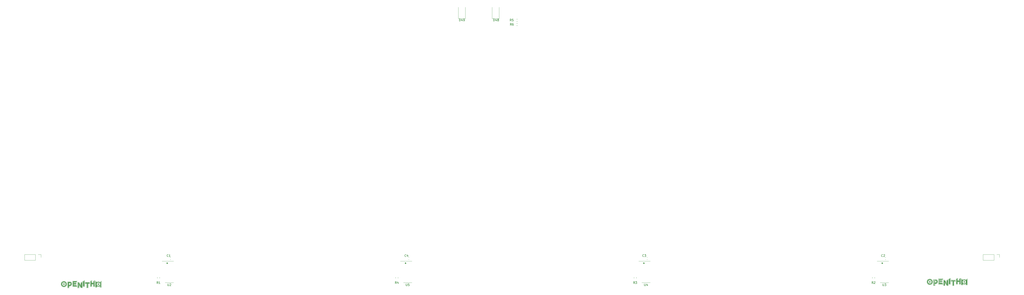
<source format=gbr>
G04 #@! TF.GenerationSoftware,KiCad,Pcbnew,(5.1.7)-1*
G04 #@! TF.CreationDate,2021-02-27T15:40:24-05:00*
G04 #@! TF.ProjectId,OpeNITHM-full,4f70654e-4954-4484-9d2d-66756c6c2e6b,rev?*
G04 #@! TF.SameCoordinates,Original*
G04 #@! TF.FileFunction,Legend,Top*
G04 #@! TF.FilePolarity,Positive*
%FSLAX46Y46*%
G04 Gerber Fmt 4.6, Leading zero omitted, Abs format (unit mm)*
G04 Created by KiCad (PCBNEW (5.1.7)-1) date 2021-02-27 15:40:24*
%MOMM*%
%LPD*%
G01*
G04 APERTURE LIST*
%ADD10C,0.120000*%
%ADD11C,0.080000*%
%ADD12C,0.500000*%
%ADD13C,0.150000*%
G04 APERTURE END LIST*
D10*
X368840000Y-125170000D02*
X368840000Y-127830000D01*
X373980000Y-125170000D02*
X368840000Y-125170000D01*
X373980000Y-127830000D02*
X368840000Y-127830000D01*
X373980000Y-125170000D02*
X373980000Y-127830000D01*
X375250000Y-125170000D02*
X376580000Y-125170000D01*
X376580000Y-125170000D02*
X376580000Y-126500000D01*
X-72840000Y-125170000D02*
X-72840000Y-126500000D01*
X-74170000Y-125170000D02*
X-72840000Y-125170000D01*
X-75440000Y-125170000D02*
X-75440000Y-127830000D01*
X-75440000Y-127830000D02*
X-80580000Y-127830000D01*
X-75440000Y-125170000D02*
X-80580000Y-125170000D01*
X-80580000Y-125170000D02*
X-80580000Y-127830000D01*
X122810000Y-14290000D02*
X122810000Y-8890000D01*
X126110000Y-14290000D02*
X126110000Y-8890000D01*
X122810000Y-14290000D02*
X126110000Y-14290000D01*
X138685000Y-14290000D02*
X138685000Y-8890000D01*
X141985000Y-14290000D02*
X141985000Y-8890000D01*
X138685000Y-14290000D02*
X141985000Y-14290000D01*
X360102600Y-138050800D02*
G75*
G03*
X360102600Y-138050800I-50800J0D01*
G01*
X360204200Y-138050800D02*
G75*
G03*
X360204200Y-138050800I-152400J0D01*
G01*
X360307067Y-138050800D02*
G75*
G03*
X360307067Y-138050800I-255267J0D01*
G01*
X346107200Y-138711200D02*
X346691400Y-138711200D01*
X346107200Y-138635000D02*
X346107200Y-138711200D01*
X346666000Y-138635000D02*
X346107200Y-138635000D01*
X346666000Y-138533400D02*
X346666000Y-138635000D01*
X346107200Y-138533400D02*
X346666000Y-138533400D01*
X346132600Y-137314200D02*
X346691400Y-137314200D01*
X346132600Y-137238000D02*
X346132600Y-137314200D01*
X346691400Y-137238000D02*
X346132600Y-137238000D01*
X346691400Y-137136400D02*
X346691400Y-137238000D01*
X346031000Y-137136400D02*
X346691400Y-137136400D01*
X346031000Y-139549400D02*
X346031000Y-137136400D01*
X345954800Y-139549400D02*
X346031000Y-139549400D01*
X345954800Y-137136400D02*
X345954800Y-139549400D01*
X345853200Y-137136400D02*
X345954800Y-137136400D01*
X345853200Y-139524000D02*
X345853200Y-137136400D01*
X349460000Y-137873000D02*
X348469400Y-137873000D01*
X349460000Y-137822200D02*
X349460000Y-137873000D01*
X348494800Y-137822200D02*
X349460000Y-137822200D01*
X348494800Y-137720600D02*
X348494800Y-137822200D01*
X349409200Y-137720600D02*
X348494800Y-137720600D01*
X348418600Y-138685800D02*
X348418600Y-137060200D01*
X348317000Y-138685800D02*
X348418600Y-138685800D01*
X348317000Y-136984000D02*
X348317000Y-138685800D01*
X349561600Y-136984000D02*
X348317000Y-136984000D01*
X349561600Y-136907800D02*
X348317000Y-136907800D01*
X349637800Y-136806200D02*
X349561600Y-136907800D01*
X348240800Y-136806200D02*
X349637800Y-136806200D01*
X348240800Y-138736600D02*
X348240800Y-136806200D01*
X349536200Y-138736600D02*
X348240800Y-138736600D01*
X349612400Y-138787400D02*
X349536200Y-138736600D01*
X348215400Y-138787400D02*
X349612400Y-138787400D01*
X348215400Y-138889000D02*
X348215400Y-138787400D01*
X349663200Y-138889000D02*
X348215400Y-138889000D01*
X350552200Y-137390400D02*
X350552200Y-139549400D01*
X350653800Y-137390400D02*
X350552200Y-137390400D01*
X350653800Y-139524000D02*
X350653800Y-137390400D01*
X350755400Y-139524000D02*
X350653800Y-139524000D01*
X350755400Y-137390400D02*
X350755400Y-139524000D01*
X350806200Y-137771400D02*
X351949200Y-139498600D01*
X350806200Y-137593600D02*
X350806200Y-137771400D01*
X351949200Y-139397000D02*
X350806200Y-137593600D01*
X351949200Y-139270000D02*
X351949200Y-139397000D01*
X350831600Y-137517400D02*
X351949200Y-139270000D01*
X350831600Y-137415800D02*
X350831600Y-137517400D01*
X351974600Y-139168400D02*
X350831600Y-137415800D01*
X352025400Y-139498600D02*
X352025400Y-137441200D01*
X352076200Y-139498600D02*
X352025400Y-139498600D01*
X352076200Y-137441200D02*
X352076200Y-139498600D01*
X352177800Y-137365000D02*
X352076200Y-137441200D01*
X352177800Y-139524000D02*
X352177800Y-137365000D01*
X352254000Y-139524000D02*
X352177800Y-139524000D01*
X352254000Y-137288800D02*
X352254000Y-139524000D01*
X353270000Y-138889000D02*
X353270000Y-136653800D01*
X353219200Y-138889000D02*
X353270000Y-138889000D01*
X353219200Y-136704600D02*
X353219200Y-138889000D01*
X353117600Y-136755400D02*
X353219200Y-136704600D01*
X353117600Y-138863600D02*
X353117600Y-136755400D01*
X353041400Y-138863600D02*
X353117600Y-138863600D01*
X353041400Y-136806200D02*
X353041400Y-138863600D01*
X354794000Y-137644400D02*
X354794000Y-139524000D01*
X354895600Y-137619000D02*
X354794000Y-137644400D01*
X354895600Y-139524000D02*
X354895600Y-137619000D01*
X354971800Y-139524000D02*
X354895600Y-139524000D01*
X354971800Y-137644400D02*
X354971800Y-139524000D01*
X354082800Y-137568200D02*
X355708400Y-137568200D01*
X354057400Y-137492000D02*
X354082800Y-137568200D01*
X355657600Y-137492000D02*
X354057400Y-137492000D01*
X355657600Y-137415800D02*
X355657600Y-137492000D01*
X354082800Y-137415800D02*
X355657600Y-137415800D01*
X356775200Y-137796800D02*
X357816600Y-137796800D01*
X356775200Y-137695200D02*
X356775200Y-137796800D01*
X357842000Y-137695200D02*
X356775200Y-137695200D01*
X357842000Y-137619000D02*
X357842000Y-137695200D01*
X356724400Y-137619000D02*
X357842000Y-137619000D01*
X356495800Y-136831600D02*
X356495800Y-138889000D01*
X356572000Y-136730000D02*
X356495800Y-136831600D01*
X356572000Y-138863600D02*
X356572000Y-136730000D01*
X356673600Y-138863600D02*
X356572000Y-138863600D01*
X356673600Y-136679200D02*
X356673600Y-138863600D01*
X357892800Y-136831600D02*
X357892800Y-138863600D01*
X357994400Y-136704600D02*
X357892800Y-136831600D01*
X357994400Y-138889000D02*
X357994400Y-136704600D01*
X358096000Y-138889000D02*
X357994400Y-138889000D01*
X358096000Y-136653800D02*
X358096000Y-138889000D01*
X359188200Y-137390400D02*
X359213600Y-137263400D01*
X359315200Y-137263400D02*
X359188200Y-137390400D01*
X359137400Y-137136400D02*
X359315200Y-137263400D01*
X359137400Y-139219200D02*
X359137400Y-137136400D01*
X359061200Y-139219200D02*
X359137400Y-139219200D01*
X359061200Y-137111000D02*
X359061200Y-139219200D01*
X358959600Y-137034800D02*
X359061200Y-137111000D01*
X358959600Y-139219200D02*
X358959600Y-137034800D01*
X358883400Y-139219200D02*
X358959600Y-139219200D01*
X358883400Y-136984000D02*
X358883400Y-139219200D01*
X360839200Y-137339600D02*
X360813800Y-137238000D01*
X360940800Y-137161800D02*
X360839200Y-137339600D01*
X360940800Y-139219200D02*
X360940800Y-137161800D01*
X361042400Y-139219200D02*
X360940800Y-139219200D01*
X361042400Y-137111000D02*
X361042400Y-139219200D01*
X361144000Y-137034800D02*
X361042400Y-137111000D01*
X361144000Y-139219200D02*
X361144000Y-137034800D01*
X361245600Y-139219200D02*
X361144000Y-139219200D01*
X361245600Y-136958600D02*
X361245600Y-139219200D01*
X361067800Y-138050800D02*
G75*
G03*
X361067800Y-138050800I-1016000J0D01*
G01*
X360966200Y-138050800D02*
G75*
G03*
X360966200Y-138050800I-914400J0D01*
G01*
X345016154Y-138025400D02*
G75*
G03*
X345016154Y-138025400I-1118754J0D01*
G01*
X344940038Y-138025400D02*
G75*
G03*
X344940038Y-138025400I-1042638J0D01*
G01*
X344837543Y-138025400D02*
G75*
G03*
X344837543Y-138025400I-940143J0D01*
G01*
X343948200Y-138025400D02*
G75*
G03*
X343948200Y-138025400I-50800J0D01*
G01*
X344049800Y-138025400D02*
G75*
G03*
X344049800Y-138025400I-152400J0D01*
G01*
X344151400Y-138025400D02*
G75*
G03*
X344151400Y-138025400I-254000J0D01*
G01*
D11*
X358629400Y-139473200D02*
X358629400Y-136526800D01*
X359416800Y-139473200D02*
X358629400Y-139473200D01*
X359416800Y-139041400D02*
X359416800Y-139473200D01*
X360686800Y-139473200D02*
X360686800Y-139041400D01*
X361474200Y-139473200D02*
X360686800Y-139473200D01*
X361474200Y-136526800D02*
X361474200Y-139473200D01*
X360661400Y-137034800D02*
X361474200Y-136526800D01*
X358629400Y-136526800D02*
X359442200Y-137034800D01*
D10*
X358807200Y-136857000D02*
X359391400Y-137212600D01*
X358807200Y-139295400D02*
X358807200Y-136857000D01*
X359239000Y-139295400D02*
X358807200Y-139295400D01*
X359239000Y-139295400D02*
X359239000Y-138736600D01*
X361296400Y-136857000D02*
X360712200Y-137212600D01*
X361296400Y-139295400D02*
X361296400Y-136857000D01*
X360864600Y-139295400D02*
X361296400Y-139295400D01*
X360864600Y-139295400D02*
X360864600Y-138736600D01*
X360415473Y-138050800D02*
G75*
G03*
X360415473Y-138050800I-363673J0D01*
G01*
X360890000Y-138050800D02*
G75*
G03*
X360890000Y-138050800I-838200J0D01*
G01*
D11*
X357613400Y-136653800D02*
X358350000Y-136222000D01*
X356216400Y-136653800D02*
X356953000Y-136222000D01*
D10*
X356394200Y-138965200D02*
X356394200Y-136755400D01*
X356775200Y-138965200D02*
X356394200Y-138965200D01*
X356775200Y-137873000D02*
X356775200Y-138965200D01*
X357791200Y-137873000D02*
X356775200Y-137873000D01*
X357791200Y-138965200D02*
X357791200Y-137873000D01*
X358172200Y-138965200D02*
X357791200Y-138965200D01*
X358172200Y-136526800D02*
X358172200Y-138965200D01*
X357791200Y-136755400D02*
X358172200Y-136526800D01*
X357791200Y-137542800D02*
X357791200Y-136755400D01*
X356775200Y-137542800D02*
X357791200Y-137542800D01*
X356775200Y-136526800D02*
X356775200Y-137542800D01*
X356394200Y-136755400D02*
X356775200Y-136526800D01*
D11*
X356953000Y-139143000D02*
X356216400Y-139143000D01*
X356953000Y-138050800D02*
X356953000Y-139143000D01*
X357613400Y-138050800D02*
X356953000Y-138050800D01*
X357613400Y-139143000D02*
X357613400Y-138050800D01*
X358350000Y-139143000D02*
X357613400Y-139143000D01*
X358350000Y-136222000D02*
X358350000Y-139143000D01*
X357613400Y-137365000D02*
X357613400Y-136653800D01*
X356953000Y-137365000D02*
X357613400Y-137365000D01*
X356953000Y-136222000D02*
X356953000Y-137365000D01*
X356216400Y-139143000D02*
X356216400Y-136653800D01*
X353803400Y-137822200D02*
X353803400Y-137136400D01*
X354514600Y-137822200D02*
X353803400Y-137822200D01*
X354514600Y-139778000D02*
X354514600Y-137822200D01*
X355251200Y-139778000D02*
X354514600Y-139778000D01*
X355251200Y-137822200D02*
X355251200Y-139778000D01*
X355937000Y-137822200D02*
X355251200Y-137822200D01*
X355937000Y-137136400D02*
X355937000Y-137822200D01*
X353803400Y-137136400D02*
X355937000Y-137136400D01*
D10*
X353981200Y-137644400D02*
X353981200Y-137314200D01*
X354692400Y-137644400D02*
X353981200Y-137644400D01*
X354692400Y-139600200D02*
X354692400Y-137644400D01*
X355073400Y-139600200D02*
X354692400Y-139600200D01*
X355073400Y-137644400D02*
X355073400Y-139600200D01*
X355759200Y-137644400D02*
X355073400Y-137644400D01*
X355759200Y-137314200D02*
X355759200Y-137644400D01*
X353981200Y-137314200D02*
X355759200Y-137314200D01*
X353346200Y-138965200D02*
X352965200Y-138965200D01*
X353346200Y-136526800D02*
X353346200Y-138965200D01*
X352965200Y-136755400D02*
X353346200Y-136526800D01*
X352965200Y-138965200D02*
X352965200Y-136755400D01*
D11*
X353524000Y-139143000D02*
X352787400Y-139143000D01*
X353524000Y-136222000D02*
X353524000Y-139143000D01*
X352787400Y-136653800D02*
X353524000Y-136222000D01*
X352787400Y-139143000D02*
X352787400Y-136653800D01*
X350272800Y-139803400D02*
X350272800Y-137136400D01*
X350984000Y-139803400D02*
X350272800Y-139803400D01*
X351009400Y-138508000D02*
X351009400Y-139803400D01*
X351796800Y-139778000D02*
X351009400Y-138508000D01*
X352508000Y-139778000D02*
X351796800Y-139778000D01*
X352508000Y-136857000D02*
X352508000Y-139778000D01*
X351771400Y-137288800D02*
X352508000Y-136831600D01*
X351771400Y-138406400D02*
X351771400Y-137288800D01*
X350984000Y-137136400D02*
X351771400Y-138406400D01*
X350272800Y-137136400D02*
X350984000Y-137136400D01*
D10*
X350831600Y-139625600D02*
X350450600Y-139625600D01*
X350831600Y-137898400D02*
X350831600Y-139625600D01*
X351898400Y-139600200D02*
X350831600Y-137898400D01*
X352330200Y-139600200D02*
X351898400Y-139600200D01*
X352330200Y-137161800D02*
X352330200Y-139600200D01*
X351949200Y-137390400D02*
X352330200Y-137161800D01*
X351949200Y-139016000D02*
X351949200Y-137390400D01*
X350882400Y-137314200D02*
X351949200Y-139016000D01*
X350450600Y-137314200D02*
X350882400Y-137314200D01*
X350450600Y-139625600D02*
X350450600Y-137314200D01*
D11*
X347961400Y-139143000D02*
X347961400Y-136526800D01*
X350095000Y-139143000D02*
X347961400Y-139143000D01*
X349688600Y-138457200D02*
X350095000Y-139143000D01*
X348698000Y-138457200D02*
X349688600Y-138457200D01*
X348698000Y-138127000D02*
X348698000Y-138457200D01*
X349688600Y-138127000D02*
X348698000Y-138127000D01*
X349688600Y-137441200D02*
X349688600Y-138127000D01*
X348698000Y-137441200D02*
X349688600Y-137441200D01*
X348698000Y-137212600D02*
X348698000Y-137441200D01*
X349688600Y-137212600D02*
X348698000Y-137212600D01*
X350095000Y-136526800D02*
X349688600Y-137212600D01*
X347961400Y-136526800D02*
X350095000Y-136526800D01*
D10*
X348139200Y-138965200D02*
X348139200Y-136704600D01*
X349790200Y-138965200D02*
X348139200Y-138965200D01*
X349587000Y-138635000D02*
X349790200Y-138965200D01*
X348520200Y-138635000D02*
X349587000Y-138635000D01*
X348520200Y-137949200D02*
X348520200Y-138635000D01*
X349510800Y-137949200D02*
X348520200Y-137949200D01*
X349510800Y-137619000D02*
X349510800Y-137949200D01*
X348520200Y-137619000D02*
X349510800Y-137619000D01*
X348520200Y-137034800D02*
X348520200Y-137619000D01*
X349587000Y-137034800D02*
X348520200Y-137034800D01*
X349790200Y-136704600D02*
X349587000Y-137034800D01*
X348139200Y-136704600D02*
X349790200Y-136704600D01*
D11*
X345573800Y-136882400D02*
X346640600Y-136882400D01*
X345573800Y-139803400D02*
X345573800Y-136882400D01*
X346310400Y-139803400D02*
X345573800Y-139803400D01*
X346310400Y-138965200D02*
X346310400Y-139803400D01*
X346640600Y-138965200D02*
X346310400Y-138965200D01*
D10*
X346132600Y-138787400D02*
X346640600Y-138787400D01*
X346132600Y-139625600D02*
X346132600Y-138787400D01*
X345751600Y-139625600D02*
X346132600Y-139625600D01*
X345751600Y-137060200D02*
X345751600Y-139625600D01*
X346640600Y-137060200D02*
X345751600Y-137060200D01*
X346132600Y-137390400D02*
X346640600Y-137390400D01*
X346132600Y-138457200D02*
X346132600Y-137390400D01*
X346640600Y-138457200D02*
X346132600Y-138457200D01*
D11*
X346310400Y-138279400D02*
X346640600Y-138279400D01*
X346310400Y-137568200D02*
X346310400Y-138279400D01*
X346640600Y-137568200D02*
X346310400Y-137568200D01*
X345295323Y-138025400D02*
G75*
G03*
X345295323Y-138025400I-1397923J0D01*
G01*
D10*
X345116865Y-138025400D02*
G75*
G03*
X345116865Y-138025400I-1219465J0D01*
G01*
X344735600Y-138025400D02*
G75*
G03*
X344735600Y-138025400I-838200J0D01*
G01*
X344261073Y-138025400D02*
G75*
G03*
X344261073Y-138025400I-363673J0D01*
G01*
D11*
X346640600Y-136882400D02*
G75*
G02*
X346640600Y-138965200I0J-1041400D01*
G01*
D10*
X346640600Y-137060200D02*
G75*
G02*
X346640600Y-138787400I0J-863600D01*
G01*
D11*
X346640600Y-137568200D02*
G75*
G02*
X346640600Y-138279400I0J-355600D01*
G01*
D10*
X346640600Y-137390400D02*
G75*
G02*
X346640600Y-138457200I0J-533400D01*
G01*
X359449932Y-137232258D02*
G75*
G02*
X360661400Y-137238000I601868J-818542D01*
G01*
X360864600Y-138660400D02*
G75*
G02*
X359239000Y-138660400I-812800J609600D01*
G01*
D11*
X359442200Y-137034800D02*
G75*
G02*
X360661400Y-137034800I609600J-1016000D01*
G01*
X360686800Y-139041400D02*
G75*
G02*
X359416800Y-139041400I-635000J990599D01*
G01*
D10*
X346741598Y-137317816D02*
G75*
G02*
X346716799Y-138533399I-100998J-605984D01*
G01*
X346780877Y-137222421D02*
G75*
G02*
X346716799Y-138634999I-140277J-701379D01*
G01*
X346718991Y-137139901D02*
G75*
G02*
X346665999Y-138711199I-78391J-783899D01*
G01*
D12*
X98160000Y-129250000D02*
G75*
G03*
X98160000Y-129250000I-100000J0D01*
G01*
D10*
X99060000Y-128290000D02*
X95610000Y-128290000D01*
X99060000Y-128290000D02*
X101010000Y-128290000D01*
X99060000Y-138410000D02*
X97110000Y-138410000D01*
X99060000Y-138410000D02*
X101010000Y-138410000D01*
X150102742Y-16477500D02*
X150577258Y-16477500D01*
X150102742Y-17522500D02*
X150577258Y-17522500D01*
X150102742Y-14477500D02*
X150577258Y-14477500D01*
X150102742Y-15522500D02*
X150577258Y-15522500D01*
D12*
X321680000Y-129250000D02*
G75*
G03*
X321680000Y-129250000I-100000J0D01*
G01*
D10*
X322580000Y-128290000D02*
X319130000Y-128290000D01*
X322580000Y-128290000D02*
X324530000Y-128290000D01*
X322580000Y-138410000D02*
X320630000Y-138410000D01*
X322580000Y-138410000D02*
X324530000Y-138410000D01*
X-45897400Y-139115800D02*
G75*
G03*
X-45897400Y-139115800I-50800J0D01*
G01*
X-45795800Y-139115800D02*
G75*
G03*
X-45795800Y-139115800I-152400J0D01*
G01*
X-45692933Y-139115800D02*
G75*
G03*
X-45692933Y-139115800I-255267J0D01*
G01*
X-59892800Y-139776200D02*
X-59308600Y-139776200D01*
X-59892800Y-139700000D02*
X-59892800Y-139776200D01*
X-59334000Y-139700000D02*
X-59892800Y-139700000D01*
X-59334000Y-139598400D02*
X-59334000Y-139700000D01*
X-59892800Y-139598400D02*
X-59334000Y-139598400D01*
X-59867400Y-138379200D02*
X-59308600Y-138379200D01*
X-59867400Y-138303000D02*
X-59867400Y-138379200D01*
X-59308600Y-138303000D02*
X-59867400Y-138303000D01*
X-59308600Y-138201400D02*
X-59308600Y-138303000D01*
X-59969000Y-138201400D02*
X-59308600Y-138201400D01*
X-59969000Y-140614400D02*
X-59969000Y-138201400D01*
X-60045200Y-140614400D02*
X-59969000Y-140614400D01*
X-60045200Y-138201400D02*
X-60045200Y-140614400D01*
X-60146800Y-138201400D02*
X-60045200Y-138201400D01*
X-60146800Y-140589000D02*
X-60146800Y-138201400D01*
X-56540000Y-138938000D02*
X-57530600Y-138938000D01*
X-56540000Y-138887200D02*
X-56540000Y-138938000D01*
X-57505200Y-138887200D02*
X-56540000Y-138887200D01*
X-57505200Y-138785600D02*
X-57505200Y-138887200D01*
X-56590800Y-138785600D02*
X-57505200Y-138785600D01*
X-57581400Y-139750800D02*
X-57581400Y-138125200D01*
X-57683000Y-139750800D02*
X-57581400Y-139750800D01*
X-57683000Y-138049000D02*
X-57683000Y-139750800D01*
X-56438400Y-138049000D02*
X-57683000Y-138049000D01*
X-56438400Y-137972800D02*
X-57683000Y-137972800D01*
X-56362200Y-137871200D02*
X-56438400Y-137972800D01*
X-57759200Y-137871200D02*
X-56362200Y-137871200D01*
X-57759200Y-139801600D02*
X-57759200Y-137871200D01*
X-56463800Y-139801600D02*
X-57759200Y-139801600D01*
X-56387600Y-139852400D02*
X-56463800Y-139801600D01*
X-57784600Y-139852400D02*
X-56387600Y-139852400D01*
X-57784600Y-139954000D02*
X-57784600Y-139852400D01*
X-56336800Y-139954000D02*
X-57784600Y-139954000D01*
X-55447800Y-138455400D02*
X-55447800Y-140614400D01*
X-55346200Y-138455400D02*
X-55447800Y-138455400D01*
X-55346200Y-140589000D02*
X-55346200Y-138455400D01*
X-55244600Y-140589000D02*
X-55346200Y-140589000D01*
X-55244600Y-138455400D02*
X-55244600Y-140589000D01*
X-55193800Y-138836400D02*
X-54050800Y-140563600D01*
X-55193800Y-138658600D02*
X-55193800Y-138836400D01*
X-54050800Y-140462000D02*
X-55193800Y-138658600D01*
X-54050800Y-140335000D02*
X-54050800Y-140462000D01*
X-55168400Y-138582400D02*
X-54050800Y-140335000D01*
X-55168400Y-138480800D02*
X-55168400Y-138582400D01*
X-54025400Y-140233400D02*
X-55168400Y-138480800D01*
X-53974600Y-140563600D02*
X-53974600Y-138506200D01*
X-53923800Y-140563600D02*
X-53974600Y-140563600D01*
X-53923800Y-138506200D02*
X-53923800Y-140563600D01*
X-53822200Y-138430000D02*
X-53923800Y-138506200D01*
X-53822200Y-140589000D02*
X-53822200Y-138430000D01*
X-53746000Y-140589000D02*
X-53822200Y-140589000D01*
X-53746000Y-138353800D02*
X-53746000Y-140589000D01*
X-52730000Y-139954000D02*
X-52730000Y-137718800D01*
X-52780800Y-139954000D02*
X-52730000Y-139954000D01*
X-52780800Y-137769600D02*
X-52780800Y-139954000D01*
X-52882400Y-137820400D02*
X-52780800Y-137769600D01*
X-52882400Y-139928600D02*
X-52882400Y-137820400D01*
X-52958600Y-139928600D02*
X-52882400Y-139928600D01*
X-52958600Y-137871200D02*
X-52958600Y-139928600D01*
X-51206000Y-138709400D02*
X-51206000Y-140589000D01*
X-51104400Y-138684000D02*
X-51206000Y-138709400D01*
X-51104400Y-140589000D02*
X-51104400Y-138684000D01*
X-51028200Y-140589000D02*
X-51104400Y-140589000D01*
X-51028200Y-138709400D02*
X-51028200Y-140589000D01*
X-51917200Y-138633200D02*
X-50291600Y-138633200D01*
X-51942600Y-138557000D02*
X-51917200Y-138633200D01*
X-50342400Y-138557000D02*
X-51942600Y-138557000D01*
X-50342400Y-138480800D02*
X-50342400Y-138557000D01*
X-51917200Y-138480800D02*
X-50342400Y-138480800D01*
X-49224800Y-138861800D02*
X-48183400Y-138861800D01*
X-49224800Y-138760200D02*
X-49224800Y-138861800D01*
X-48158000Y-138760200D02*
X-49224800Y-138760200D01*
X-48158000Y-138684000D02*
X-48158000Y-138760200D01*
X-49275600Y-138684000D02*
X-48158000Y-138684000D01*
X-49504200Y-137896600D02*
X-49504200Y-139954000D01*
X-49428000Y-137795000D02*
X-49504200Y-137896600D01*
X-49428000Y-139928600D02*
X-49428000Y-137795000D01*
X-49326400Y-139928600D02*
X-49428000Y-139928600D01*
X-49326400Y-137744200D02*
X-49326400Y-139928600D01*
X-48107200Y-137896600D02*
X-48107200Y-139928600D01*
X-48005600Y-137769600D02*
X-48107200Y-137896600D01*
X-48005600Y-139954000D02*
X-48005600Y-137769600D01*
X-47904000Y-139954000D02*
X-48005600Y-139954000D01*
X-47904000Y-137718800D02*
X-47904000Y-139954000D01*
X-46811800Y-138455400D02*
X-46786400Y-138328400D01*
X-46684800Y-138328400D02*
X-46811800Y-138455400D01*
X-46862600Y-138201400D02*
X-46684800Y-138328400D01*
X-46862600Y-140284200D02*
X-46862600Y-138201400D01*
X-46938800Y-140284200D02*
X-46862600Y-140284200D01*
X-46938800Y-138176000D02*
X-46938800Y-140284200D01*
X-47040400Y-138099800D02*
X-46938800Y-138176000D01*
X-47040400Y-140284200D02*
X-47040400Y-138099800D01*
X-47116600Y-140284200D02*
X-47040400Y-140284200D01*
X-47116600Y-138049000D02*
X-47116600Y-140284200D01*
X-45160800Y-138404600D02*
X-45186200Y-138303000D01*
X-45059200Y-138226800D02*
X-45160800Y-138404600D01*
X-45059200Y-140284200D02*
X-45059200Y-138226800D01*
X-44957600Y-140284200D02*
X-45059200Y-140284200D01*
X-44957600Y-138176000D02*
X-44957600Y-140284200D01*
X-44856000Y-138099800D02*
X-44957600Y-138176000D01*
X-44856000Y-140284200D02*
X-44856000Y-138099800D01*
X-44754400Y-140284200D02*
X-44856000Y-140284200D01*
X-44754400Y-138023600D02*
X-44754400Y-140284200D01*
X-44932200Y-139115800D02*
G75*
G03*
X-44932200Y-139115800I-1016000J0D01*
G01*
X-45033800Y-139115800D02*
G75*
G03*
X-45033800Y-139115800I-914400J0D01*
G01*
X-60983846Y-139090400D02*
G75*
G03*
X-60983846Y-139090400I-1118754J0D01*
G01*
X-61059962Y-139090400D02*
G75*
G03*
X-61059962Y-139090400I-1042638J0D01*
G01*
X-61162457Y-139090400D02*
G75*
G03*
X-61162457Y-139090400I-940143J0D01*
G01*
X-62051800Y-139090400D02*
G75*
G03*
X-62051800Y-139090400I-50800J0D01*
G01*
X-61950200Y-139090400D02*
G75*
G03*
X-61950200Y-139090400I-152400J0D01*
G01*
X-61848600Y-139090400D02*
G75*
G03*
X-61848600Y-139090400I-254000J0D01*
G01*
D11*
X-47370600Y-140538200D02*
X-47370600Y-137591800D01*
X-46583200Y-140538200D02*
X-47370600Y-140538200D01*
X-46583200Y-140106400D02*
X-46583200Y-140538200D01*
X-45313200Y-140538200D02*
X-45313200Y-140106400D01*
X-44525800Y-140538200D02*
X-45313200Y-140538200D01*
X-44525800Y-137591800D02*
X-44525800Y-140538200D01*
X-45338600Y-138099800D02*
X-44525800Y-137591800D01*
X-47370600Y-137591800D02*
X-46557800Y-138099800D01*
D10*
X-47192800Y-137922000D02*
X-46608600Y-138277600D01*
X-47192800Y-140360400D02*
X-47192800Y-137922000D01*
X-46761000Y-140360400D02*
X-47192800Y-140360400D01*
X-46761000Y-140360400D02*
X-46761000Y-139801600D01*
X-44703600Y-137922000D02*
X-45287800Y-138277600D01*
X-44703600Y-140360400D02*
X-44703600Y-137922000D01*
X-45135400Y-140360400D02*
X-44703600Y-140360400D01*
X-45135400Y-140360400D02*
X-45135400Y-139801600D01*
X-45584527Y-139115800D02*
G75*
G03*
X-45584527Y-139115800I-363673J0D01*
G01*
X-45110000Y-139115800D02*
G75*
G03*
X-45110000Y-139115800I-838200J0D01*
G01*
D11*
X-48386600Y-137718800D02*
X-47650000Y-137287000D01*
X-49783600Y-137718800D02*
X-49047000Y-137287000D01*
D10*
X-49605800Y-140030200D02*
X-49605800Y-137820400D01*
X-49224800Y-140030200D02*
X-49605800Y-140030200D01*
X-49224800Y-138938000D02*
X-49224800Y-140030200D01*
X-48208800Y-138938000D02*
X-49224800Y-138938000D01*
X-48208800Y-140030200D02*
X-48208800Y-138938000D01*
X-47827800Y-140030200D02*
X-48208800Y-140030200D01*
X-47827800Y-137591800D02*
X-47827800Y-140030200D01*
X-48208800Y-137820400D02*
X-47827800Y-137591800D01*
X-48208800Y-138607800D02*
X-48208800Y-137820400D01*
X-49224800Y-138607800D02*
X-48208800Y-138607800D01*
X-49224800Y-137591800D02*
X-49224800Y-138607800D01*
X-49605800Y-137820400D02*
X-49224800Y-137591800D01*
D11*
X-49047000Y-140208000D02*
X-49783600Y-140208000D01*
X-49047000Y-139115800D02*
X-49047000Y-140208000D01*
X-48386600Y-139115800D02*
X-49047000Y-139115800D01*
X-48386600Y-140208000D02*
X-48386600Y-139115800D01*
X-47650000Y-140208000D02*
X-48386600Y-140208000D01*
X-47650000Y-137287000D02*
X-47650000Y-140208000D01*
X-48386600Y-138430000D02*
X-48386600Y-137718800D01*
X-49047000Y-138430000D02*
X-48386600Y-138430000D01*
X-49047000Y-137287000D02*
X-49047000Y-138430000D01*
X-49783600Y-140208000D02*
X-49783600Y-137718800D01*
X-52196600Y-138887200D02*
X-52196600Y-138201400D01*
X-51485400Y-138887200D02*
X-52196600Y-138887200D01*
X-51485400Y-140843000D02*
X-51485400Y-138887200D01*
X-50748800Y-140843000D02*
X-51485400Y-140843000D01*
X-50748800Y-138887200D02*
X-50748800Y-140843000D01*
X-50063000Y-138887200D02*
X-50748800Y-138887200D01*
X-50063000Y-138201400D02*
X-50063000Y-138887200D01*
X-52196600Y-138201400D02*
X-50063000Y-138201400D01*
D10*
X-52018800Y-138709400D02*
X-52018800Y-138379200D01*
X-51307600Y-138709400D02*
X-52018800Y-138709400D01*
X-51307600Y-140665200D02*
X-51307600Y-138709400D01*
X-50926600Y-140665200D02*
X-51307600Y-140665200D01*
X-50926600Y-138709400D02*
X-50926600Y-140665200D01*
X-50240800Y-138709400D02*
X-50926600Y-138709400D01*
X-50240800Y-138379200D02*
X-50240800Y-138709400D01*
X-52018800Y-138379200D02*
X-50240800Y-138379200D01*
X-52653800Y-140030200D02*
X-53034800Y-140030200D01*
X-52653800Y-137591800D02*
X-52653800Y-140030200D01*
X-53034800Y-137820400D02*
X-52653800Y-137591800D01*
X-53034800Y-140030200D02*
X-53034800Y-137820400D01*
D11*
X-52476000Y-140208000D02*
X-53212600Y-140208000D01*
X-52476000Y-137287000D02*
X-52476000Y-140208000D01*
X-53212600Y-137718800D02*
X-52476000Y-137287000D01*
X-53212600Y-140208000D02*
X-53212600Y-137718800D01*
X-55727200Y-140868400D02*
X-55727200Y-138201400D01*
X-55016000Y-140868400D02*
X-55727200Y-140868400D01*
X-54990600Y-139573000D02*
X-54990600Y-140868400D01*
X-54203200Y-140843000D02*
X-54990600Y-139573000D01*
X-53492000Y-140843000D02*
X-54203200Y-140843000D01*
X-53492000Y-137922000D02*
X-53492000Y-140843000D01*
X-54228600Y-138353800D02*
X-53492000Y-137896600D01*
X-54228600Y-139471400D02*
X-54228600Y-138353800D01*
X-55016000Y-138201400D02*
X-54228600Y-139471400D01*
X-55727200Y-138201400D02*
X-55016000Y-138201400D01*
D10*
X-55168400Y-140690600D02*
X-55549400Y-140690600D01*
X-55168400Y-138963400D02*
X-55168400Y-140690600D01*
X-54101600Y-140665200D02*
X-55168400Y-138963400D01*
X-53669800Y-140665200D02*
X-54101600Y-140665200D01*
X-53669800Y-138226800D02*
X-53669800Y-140665200D01*
X-54050800Y-138455400D02*
X-53669800Y-138226800D01*
X-54050800Y-140081000D02*
X-54050800Y-138455400D01*
X-55117600Y-138379200D02*
X-54050800Y-140081000D01*
X-55549400Y-138379200D02*
X-55117600Y-138379200D01*
X-55549400Y-140690600D02*
X-55549400Y-138379200D01*
D11*
X-58038600Y-140208000D02*
X-58038600Y-137591800D01*
X-55905000Y-140208000D02*
X-58038600Y-140208000D01*
X-56311400Y-139522200D02*
X-55905000Y-140208000D01*
X-57302000Y-139522200D02*
X-56311400Y-139522200D01*
X-57302000Y-139192000D02*
X-57302000Y-139522200D01*
X-56311400Y-139192000D02*
X-57302000Y-139192000D01*
X-56311400Y-138506200D02*
X-56311400Y-139192000D01*
X-57302000Y-138506200D02*
X-56311400Y-138506200D01*
X-57302000Y-138277600D02*
X-57302000Y-138506200D01*
X-56311400Y-138277600D02*
X-57302000Y-138277600D01*
X-55905000Y-137591800D02*
X-56311400Y-138277600D01*
X-58038600Y-137591800D02*
X-55905000Y-137591800D01*
D10*
X-57860800Y-140030200D02*
X-57860800Y-137769600D01*
X-56209800Y-140030200D02*
X-57860800Y-140030200D01*
X-56413000Y-139700000D02*
X-56209800Y-140030200D01*
X-57479800Y-139700000D02*
X-56413000Y-139700000D01*
X-57479800Y-139014200D02*
X-57479800Y-139700000D01*
X-56489200Y-139014200D02*
X-57479800Y-139014200D01*
X-56489200Y-138684000D02*
X-56489200Y-139014200D01*
X-57479800Y-138684000D02*
X-56489200Y-138684000D01*
X-57479800Y-138099800D02*
X-57479800Y-138684000D01*
X-56413000Y-138099800D02*
X-57479800Y-138099800D01*
X-56209800Y-137769600D02*
X-56413000Y-138099800D01*
X-57860800Y-137769600D02*
X-56209800Y-137769600D01*
D11*
X-60426200Y-137947400D02*
X-59359400Y-137947400D01*
X-60426200Y-140868400D02*
X-60426200Y-137947400D01*
X-59689600Y-140868400D02*
X-60426200Y-140868400D01*
X-59689600Y-140030200D02*
X-59689600Y-140868400D01*
X-59359400Y-140030200D02*
X-59689600Y-140030200D01*
D10*
X-59867400Y-139852400D02*
X-59359400Y-139852400D01*
X-59867400Y-140690600D02*
X-59867400Y-139852400D01*
X-60248400Y-140690600D02*
X-59867400Y-140690600D01*
X-60248400Y-138125200D02*
X-60248400Y-140690600D01*
X-59359400Y-138125200D02*
X-60248400Y-138125200D01*
X-59867400Y-138455400D02*
X-59359400Y-138455400D01*
X-59867400Y-139522200D02*
X-59867400Y-138455400D01*
X-59359400Y-139522200D02*
X-59867400Y-139522200D01*
D11*
X-59689600Y-139344400D02*
X-59359400Y-139344400D01*
X-59689600Y-138633200D02*
X-59689600Y-139344400D01*
X-59359400Y-138633200D02*
X-59689600Y-138633200D01*
X-60704677Y-139090400D02*
G75*
G03*
X-60704677Y-139090400I-1397923J0D01*
G01*
D10*
X-60883135Y-139090400D02*
G75*
G03*
X-60883135Y-139090400I-1219465J0D01*
G01*
X-61264400Y-139090400D02*
G75*
G03*
X-61264400Y-139090400I-838200J0D01*
G01*
X-61738927Y-139090400D02*
G75*
G03*
X-61738927Y-139090400I-363673J0D01*
G01*
X-59281009Y-138204901D02*
G75*
G02*
X-59334001Y-139776199I-78391J-783899D01*
G01*
X-59219123Y-138287421D02*
G75*
G02*
X-59283201Y-139699999I-140277J-701379D01*
G01*
X-59258402Y-138382816D02*
G75*
G02*
X-59283201Y-139598399I-100998J-605984D01*
G01*
D11*
X-45313200Y-140106400D02*
G75*
G02*
X-46583200Y-140106400I-635000J990599D01*
G01*
X-46557800Y-138099800D02*
G75*
G02*
X-45338600Y-138099800I609600J-1016000D01*
G01*
D10*
X-45135400Y-139725400D02*
G75*
G02*
X-46761000Y-139725400I-812800J609600D01*
G01*
X-46550068Y-138297258D02*
G75*
G02*
X-45338600Y-138303000I601868J-818542D01*
G01*
X-59359400Y-138455400D02*
G75*
G02*
X-59359400Y-139522200I0J-533400D01*
G01*
D11*
X-59359400Y-138633200D02*
G75*
G02*
X-59359400Y-139344400I0J-355600D01*
G01*
D10*
X-59359400Y-138125200D02*
G75*
G02*
X-59359400Y-139852400I0J-863600D01*
G01*
D11*
X-59359400Y-137947400D02*
G75*
G02*
X-59359400Y-140030200I0J-1041400D01*
G01*
D10*
X322934420Y-126490000D02*
X323215580Y-126490000D01*
X322934420Y-127510000D02*
X323215580Y-127510000D01*
X-18302500Y-135842742D02*
X-18302500Y-136317258D01*
X-17257500Y-135842742D02*
X-17257500Y-136317258D01*
D12*
X-13600000Y-129250000D02*
G75*
G03*
X-13600000Y-129250000I-100000J0D01*
G01*
D10*
X-12700000Y-128290000D02*
X-16150000Y-128290000D01*
X-12700000Y-128290000D02*
X-10750000Y-128290000D01*
X-12700000Y-138410000D02*
X-14650000Y-138410000D01*
X-12700000Y-138410000D02*
X-10750000Y-138410000D01*
X99414420Y-126490000D02*
X99695580Y-126490000D01*
X99414420Y-127510000D02*
X99695580Y-127510000D01*
X211174420Y-126490000D02*
X211455580Y-126490000D01*
X211174420Y-127510000D02*
X211455580Y-127510000D01*
X-12345580Y-126490000D02*
X-12064420Y-126490000D01*
X-12345580Y-127510000D02*
X-12064420Y-127510000D01*
D12*
X209920000Y-129250000D02*
G75*
G03*
X209920000Y-129250000I-100000J0D01*
G01*
D10*
X210820000Y-128290000D02*
X207370000Y-128290000D01*
X210820000Y-128290000D02*
X212770000Y-128290000D01*
X210820000Y-138410000D02*
X208870000Y-138410000D01*
X210820000Y-138410000D02*
X212770000Y-138410000D01*
X93457500Y-135842742D02*
X93457500Y-136317258D01*
X94502500Y-135842742D02*
X94502500Y-136317258D01*
X205217500Y-135842742D02*
X205217500Y-136317258D01*
X206262500Y-135842742D02*
X206262500Y-136317258D01*
X316977500Y-135842742D02*
X316977500Y-136317258D01*
X318022500Y-135842742D02*
X318022500Y-136317258D01*
D13*
X123285714Y-15452380D02*
X123285714Y-14452380D01*
X123523809Y-14452380D01*
X123666666Y-14500000D01*
X123761904Y-14595238D01*
X123809523Y-14690476D01*
X123857142Y-14880952D01*
X123857142Y-15023809D01*
X123809523Y-15214285D01*
X123761904Y-15309523D01*
X123666666Y-15404761D01*
X123523809Y-15452380D01*
X123285714Y-15452380D01*
X124714285Y-14785714D02*
X124714285Y-15452380D01*
X124476190Y-14404761D02*
X124238095Y-15119047D01*
X124857142Y-15119047D01*
X125285714Y-15452380D02*
X125476190Y-15452380D01*
X125571428Y-15404761D01*
X125619047Y-15357142D01*
X125714285Y-15214285D01*
X125761904Y-15023809D01*
X125761904Y-14642857D01*
X125714285Y-14547619D01*
X125666666Y-14500000D01*
X125571428Y-14452380D01*
X125380952Y-14452380D01*
X125285714Y-14500000D01*
X125238095Y-14547619D01*
X125190476Y-14642857D01*
X125190476Y-14880952D01*
X125238095Y-14976190D01*
X125285714Y-15023809D01*
X125380952Y-15071428D01*
X125571428Y-15071428D01*
X125666666Y-15023809D01*
X125714285Y-14976190D01*
X125761904Y-14880952D01*
X139285714Y-15452380D02*
X139285714Y-14452380D01*
X139523809Y-14452380D01*
X139666666Y-14500000D01*
X139761904Y-14595238D01*
X139809523Y-14690476D01*
X139857142Y-14880952D01*
X139857142Y-15023809D01*
X139809523Y-15214285D01*
X139761904Y-15309523D01*
X139666666Y-15404761D01*
X139523809Y-15452380D01*
X139285714Y-15452380D01*
X140714285Y-14785714D02*
X140714285Y-15452380D01*
X140476190Y-14404761D02*
X140238095Y-15119047D01*
X140857142Y-15119047D01*
X141380952Y-14880952D02*
X141285714Y-14833333D01*
X141238095Y-14785714D01*
X141190476Y-14690476D01*
X141190476Y-14642857D01*
X141238095Y-14547619D01*
X141285714Y-14500000D01*
X141380952Y-14452380D01*
X141571428Y-14452380D01*
X141666666Y-14500000D01*
X141714285Y-14547619D01*
X141761904Y-14642857D01*
X141761904Y-14690476D01*
X141714285Y-14785714D01*
X141666666Y-14833333D01*
X141571428Y-14880952D01*
X141380952Y-14880952D01*
X141285714Y-14928571D01*
X141238095Y-14976190D01*
X141190476Y-15071428D01*
X141190476Y-15261904D01*
X141238095Y-15357142D01*
X141285714Y-15404761D01*
X141380952Y-15452380D01*
X141571428Y-15452380D01*
X141666666Y-15404761D01*
X141714285Y-15357142D01*
X141761904Y-15261904D01*
X141761904Y-15071428D01*
X141714285Y-14976190D01*
X141666666Y-14928571D01*
X141571428Y-14880952D01*
X98298095Y-138898380D02*
X98298095Y-139707904D01*
X98345714Y-139803142D01*
X98393333Y-139850761D01*
X98488571Y-139898380D01*
X98679047Y-139898380D01*
X98774285Y-139850761D01*
X98821904Y-139803142D01*
X98869523Y-139707904D01*
X98869523Y-138898380D01*
X99821904Y-138898380D02*
X99345714Y-138898380D01*
X99298095Y-139374571D01*
X99345714Y-139326952D01*
X99440952Y-139279333D01*
X99679047Y-139279333D01*
X99774285Y-139326952D01*
X99821904Y-139374571D01*
X99869523Y-139469809D01*
X99869523Y-139707904D01*
X99821904Y-139803142D01*
X99774285Y-139850761D01*
X99679047Y-139898380D01*
X99440952Y-139898380D01*
X99345714Y-139850761D01*
X99298095Y-139803142D01*
X147748333Y-17452380D02*
X147415000Y-16976190D01*
X147176904Y-17452380D02*
X147176904Y-16452380D01*
X147557857Y-16452380D01*
X147653095Y-16500000D01*
X147700714Y-16547619D01*
X147748333Y-16642857D01*
X147748333Y-16785714D01*
X147700714Y-16880952D01*
X147653095Y-16928571D01*
X147557857Y-16976190D01*
X147176904Y-16976190D01*
X148605476Y-16452380D02*
X148415000Y-16452380D01*
X148319761Y-16500000D01*
X148272142Y-16547619D01*
X148176904Y-16690476D01*
X148129285Y-16880952D01*
X148129285Y-17261904D01*
X148176904Y-17357142D01*
X148224523Y-17404761D01*
X148319761Y-17452380D01*
X148510238Y-17452380D01*
X148605476Y-17404761D01*
X148653095Y-17357142D01*
X148700714Y-17261904D01*
X148700714Y-17023809D01*
X148653095Y-16928571D01*
X148605476Y-16880952D01*
X148510238Y-16833333D01*
X148319761Y-16833333D01*
X148224523Y-16880952D01*
X148176904Y-16928571D01*
X148129285Y-17023809D01*
X147673333Y-15452380D02*
X147340000Y-14976190D01*
X147101904Y-15452380D02*
X147101904Y-14452380D01*
X147482857Y-14452380D01*
X147578095Y-14500000D01*
X147625714Y-14547619D01*
X147673333Y-14642857D01*
X147673333Y-14785714D01*
X147625714Y-14880952D01*
X147578095Y-14928571D01*
X147482857Y-14976190D01*
X147101904Y-14976190D01*
X148578095Y-14452380D02*
X148101904Y-14452380D01*
X148054285Y-14928571D01*
X148101904Y-14880952D01*
X148197142Y-14833333D01*
X148435238Y-14833333D01*
X148530476Y-14880952D01*
X148578095Y-14928571D01*
X148625714Y-15023809D01*
X148625714Y-15261904D01*
X148578095Y-15357142D01*
X148530476Y-15404761D01*
X148435238Y-15452380D01*
X148197142Y-15452380D01*
X148101904Y-15404761D01*
X148054285Y-15357142D01*
X321818095Y-138898380D02*
X321818095Y-139707904D01*
X321865714Y-139803142D01*
X321913333Y-139850761D01*
X322008571Y-139898380D01*
X322199047Y-139898380D01*
X322294285Y-139850761D01*
X322341904Y-139803142D01*
X322389523Y-139707904D01*
X322389523Y-138898380D01*
X322770476Y-138898380D02*
X323389523Y-138898380D01*
X323056190Y-139279333D01*
X323199047Y-139279333D01*
X323294285Y-139326952D01*
X323341904Y-139374571D01*
X323389523Y-139469809D01*
X323389523Y-139707904D01*
X323341904Y-139803142D01*
X323294285Y-139850761D01*
X323199047Y-139898380D01*
X322913333Y-139898380D01*
X322818095Y-139850761D01*
X322770476Y-139803142D01*
X321833333Y-126087142D02*
X321785714Y-126134761D01*
X321642857Y-126182380D01*
X321547619Y-126182380D01*
X321404761Y-126134761D01*
X321309523Y-126039523D01*
X321261904Y-125944285D01*
X321214285Y-125753809D01*
X321214285Y-125610952D01*
X321261904Y-125420476D01*
X321309523Y-125325238D01*
X321404761Y-125230000D01*
X321547619Y-125182380D01*
X321642857Y-125182380D01*
X321785714Y-125230000D01*
X321833333Y-125277619D01*
X322214285Y-125277619D02*
X322261904Y-125230000D01*
X322357142Y-125182380D01*
X322595238Y-125182380D01*
X322690476Y-125230000D01*
X322738095Y-125277619D01*
X322785714Y-125372857D01*
X322785714Y-125468095D01*
X322738095Y-125610952D01*
X322166666Y-126182380D01*
X322785714Y-126182380D01*
X-17946666Y-138882380D02*
X-18280000Y-138406190D01*
X-18518095Y-138882380D02*
X-18518095Y-137882380D01*
X-18137142Y-137882380D01*
X-18041904Y-137930000D01*
X-17994285Y-137977619D01*
X-17946666Y-138072857D01*
X-17946666Y-138215714D01*
X-17994285Y-138310952D01*
X-18041904Y-138358571D01*
X-18137142Y-138406190D01*
X-18518095Y-138406190D01*
X-16994285Y-138882380D02*
X-17565714Y-138882380D01*
X-17280000Y-138882380D02*
X-17280000Y-137882380D01*
X-17375238Y-138025238D01*
X-17470476Y-138120476D01*
X-17565714Y-138168095D01*
X-13461904Y-138898380D02*
X-13461904Y-139707904D01*
X-13414285Y-139803142D01*
X-13366666Y-139850761D01*
X-13271428Y-139898380D01*
X-13080952Y-139898380D01*
X-12985714Y-139850761D01*
X-12938095Y-139803142D01*
X-12890476Y-139707904D01*
X-12890476Y-138898380D01*
X-12461904Y-138993619D02*
X-12414285Y-138946000D01*
X-12319047Y-138898380D01*
X-12080952Y-138898380D01*
X-11985714Y-138946000D01*
X-11938095Y-138993619D01*
X-11890476Y-139088857D01*
X-11890476Y-139184095D01*
X-11938095Y-139326952D01*
X-12509523Y-139898380D01*
X-11890476Y-139898380D01*
X98333333Y-126087142D02*
X98285714Y-126134761D01*
X98142857Y-126182380D01*
X98047619Y-126182380D01*
X97904761Y-126134761D01*
X97809523Y-126039523D01*
X97761904Y-125944285D01*
X97714285Y-125753809D01*
X97714285Y-125610952D01*
X97761904Y-125420476D01*
X97809523Y-125325238D01*
X97904761Y-125230000D01*
X98047619Y-125182380D01*
X98142857Y-125182380D01*
X98285714Y-125230000D01*
X98333333Y-125277619D01*
X99190476Y-125515714D02*
X99190476Y-126182380D01*
X98952380Y-125134761D02*
X98714285Y-125849047D01*
X99333333Y-125849047D01*
X209833333Y-126087142D02*
X209785714Y-126134761D01*
X209642857Y-126182380D01*
X209547619Y-126182380D01*
X209404761Y-126134761D01*
X209309523Y-126039523D01*
X209261904Y-125944285D01*
X209214285Y-125753809D01*
X209214285Y-125610952D01*
X209261904Y-125420476D01*
X209309523Y-125325238D01*
X209404761Y-125230000D01*
X209547619Y-125182380D01*
X209642857Y-125182380D01*
X209785714Y-125230000D01*
X209833333Y-125277619D01*
X210166666Y-125182380D02*
X210785714Y-125182380D01*
X210452380Y-125563333D01*
X210595238Y-125563333D01*
X210690476Y-125610952D01*
X210738095Y-125658571D01*
X210785714Y-125753809D01*
X210785714Y-125991904D01*
X210738095Y-126087142D01*
X210690476Y-126134761D01*
X210595238Y-126182380D01*
X210309523Y-126182380D01*
X210214285Y-126134761D01*
X210166666Y-126087142D01*
X-13166666Y-126087142D02*
X-13214285Y-126134761D01*
X-13357142Y-126182380D01*
X-13452380Y-126182380D01*
X-13595238Y-126134761D01*
X-13690476Y-126039523D01*
X-13738095Y-125944285D01*
X-13785714Y-125753809D01*
X-13785714Y-125610952D01*
X-13738095Y-125420476D01*
X-13690476Y-125325238D01*
X-13595238Y-125230000D01*
X-13452380Y-125182380D01*
X-13357142Y-125182380D01*
X-13214285Y-125230000D01*
X-13166666Y-125277619D01*
X-12214285Y-126182380D02*
X-12785714Y-126182380D01*
X-12500000Y-126182380D02*
X-12500000Y-125182380D01*
X-12595238Y-125325238D01*
X-12690476Y-125420476D01*
X-12785714Y-125468095D01*
X210058095Y-138898380D02*
X210058095Y-139707904D01*
X210105714Y-139803142D01*
X210153333Y-139850761D01*
X210248571Y-139898380D01*
X210439047Y-139898380D01*
X210534285Y-139850761D01*
X210581904Y-139803142D01*
X210629523Y-139707904D01*
X210629523Y-138898380D01*
X211534285Y-139231714D02*
X211534285Y-139898380D01*
X211296190Y-138850761D02*
X211058095Y-139565047D01*
X211677142Y-139565047D01*
X93813333Y-138882380D02*
X93480000Y-138406190D01*
X93241904Y-138882380D02*
X93241904Y-137882380D01*
X93622857Y-137882380D01*
X93718095Y-137930000D01*
X93765714Y-137977619D01*
X93813333Y-138072857D01*
X93813333Y-138215714D01*
X93765714Y-138310952D01*
X93718095Y-138358571D01*
X93622857Y-138406190D01*
X93241904Y-138406190D01*
X94670476Y-138215714D02*
X94670476Y-138882380D01*
X94432380Y-137834761D02*
X94194285Y-138549047D01*
X94813333Y-138549047D01*
X205573333Y-138882380D02*
X205240000Y-138406190D01*
X205001904Y-138882380D02*
X205001904Y-137882380D01*
X205382857Y-137882380D01*
X205478095Y-137930000D01*
X205525714Y-137977619D01*
X205573333Y-138072857D01*
X205573333Y-138215714D01*
X205525714Y-138310952D01*
X205478095Y-138358571D01*
X205382857Y-138406190D01*
X205001904Y-138406190D01*
X205906666Y-137882380D02*
X206525714Y-137882380D01*
X206192380Y-138263333D01*
X206335238Y-138263333D01*
X206430476Y-138310952D01*
X206478095Y-138358571D01*
X206525714Y-138453809D01*
X206525714Y-138691904D01*
X206478095Y-138787142D01*
X206430476Y-138834761D01*
X206335238Y-138882380D01*
X206049523Y-138882380D01*
X205954285Y-138834761D01*
X205906666Y-138787142D01*
X317333333Y-138882380D02*
X317000000Y-138406190D01*
X316761904Y-138882380D02*
X316761904Y-137882380D01*
X317142857Y-137882380D01*
X317238095Y-137930000D01*
X317285714Y-137977619D01*
X317333333Y-138072857D01*
X317333333Y-138215714D01*
X317285714Y-138310952D01*
X317238095Y-138358571D01*
X317142857Y-138406190D01*
X316761904Y-138406190D01*
X317714285Y-137977619D02*
X317761904Y-137930000D01*
X317857142Y-137882380D01*
X318095238Y-137882380D01*
X318190476Y-137930000D01*
X318238095Y-137977619D01*
X318285714Y-138072857D01*
X318285714Y-138168095D01*
X318238095Y-138310952D01*
X317666666Y-138882380D01*
X318285714Y-138882380D01*
M02*

</source>
